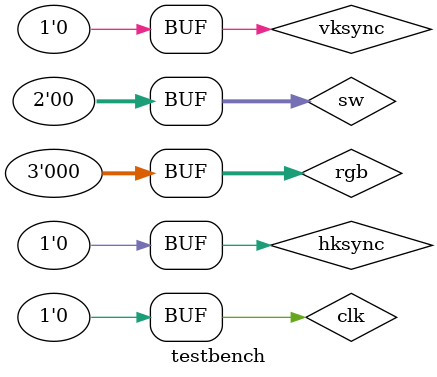
<source format=v>
/*ѧϰVGA��ʾԭ��,��ʾ�����źš�
��ӿ�������VGA�ӿں͵�����ʾ����
���뿪��1��2ͬʱ���ϲ���  ����ʾ8ɫ���������̸���
���뿪��1̧��ȥ��2���ϲ�������ʾ�任������8ɫ���������̸���
���뿪��1��2ͬʱ����ON������ʾ8ɫ����
���뿪��1������2����ON������ʾ8ɫ����
*/
module VGA(
   clock,
   switch,
   disp_RGB,
   hsync,
   vsync
);
input  clock;     //ϵͳ����ʱ�� 50MHz
input  [1:0]switch;
output [2:0]disp_RGB;    //VGA��������
output  hsync;     //VGA��ͬ���ź�
output  vsync;     //VGA��ͬ���ź�

reg [9:0] hcount;     //VGA��ɨ��������
reg [9:0]   vcount;     //VGA��ɨ��������
reg [2:0]   data;
reg [2:0]  h_dat;
reg [2:0]   v_dat;

reg [4:0] vram[4:0];
 
//reg [9:0]   timer;


wire  hcount_ov;
wire  vcount_ov;
wire  dat_act;
wire  hsync;
wire  vsync;
reg  vga_clk;
//VGA�С���ɨ��ʱ��������
parameter hsync_end   = 10'd95,
   hdat_begin  = 10'd143,
   hdat_end  = 10'd783,
   hpixel_end  = 10'd799,
   vsync_end  = 10'd1,
   vdat_begin  = 10'd34,
   vdat_end  = 10'd514,
   vline_end  = 10'd524;


always @(posedge clock)
begin
 vga_clk = ~vga_clk;
end

//************************VGA��������******************************* 
//��ɨ��     
always @(posedge vga_clk)
begin
 if (hcount_ov)
  hcount <= 10'd0;
 else
  hcount <= hcount + 10'd1;
end
assign hcount_ov = (hcount == hpixel_end);
//��ɨ��
always @(posedge vga_clk)
begin
 if (hcount_ov)
 begin
  if (vcount_ov)
   vcount <= 10'd0;
  else
   vcount <= vcount + 10'd1;
 end
end
assign  vcount_ov = (vcount == vline_end);
//���ݡ�ͬ���ź���
assign dat_act =    ((hcount >= hdat_begin) && (hcount < hdat_end))
     && ((vcount >= vdat_begin) && (vcount < vdat_end));
assign hsync = (hcount > hsync_end);
assign vsync = (vcount > vsync_end);
assign disp_RGB = (dat_act) ?  data : 3'h00;       

//************************��ʾ���ݴ�����******************************* 
//ͼƬ��ʾ��ʱ������
/*always @(posedge vga_clk)
begin
 flag <= vcount_ov;
 if(vcount_ov && ~flag)
  timer <= ti)mer + 1'b1;
end
*/
wire[23:0] dataA = 0,dataB = 0;
reg[15:0] addrA = 0,addrB = 0;
wire weA = 0,weB = 0;
wire[23:0] q_A ,q_B;

true_dpram_sclk dram(dataA,dataB,addrA,addrB,weA,weB,clock,q_A,q_B);


wire [12:0] h_count_;
assign h_count_ = hcount - 34;
reg h_count;
always begin
	#1;
	if(h_count_ < 0) begin
		h_count <= 0;
	end
	h_count <= h_count_; 
end

wire [12:0] _v_count;
assign _v_count = vcount - 143;
reg v_count;
always begin
 	#1;
	if(_v_count < 0) begin
		h_count = 0;
	end
	h_count = h_count_;
end

wire [16:0] ram_addr;
assign ram_addr = hcount / 8 + vcount * 80;

always @(posedge clock) begin
	addrA <= ram_addr;
end

//reg index,start,end_;

wire [16:0] index;
assign index = hcount % 8;

//reg buff[23:0];

wire [23:0] hoge = (q_A << (3 * index));

always @(posedge vga_clk) begin
	data <= hoge[23:21];

//	data = buff[23:21];
end

// read from ram
//always begin
//	case(state) begin
//		0'b00: next_state = 0'b01; //fetching 
//		0'b01: next_state = 0'b10; //wait
//		0'b02: next_state = 0'b00; //printing
//		default: next_state = 0'b001;
//	end
//end



initial begin
	vram[0] = 5'b00111;
	vram[1] = 5'b00111;
	vram[2] = 5'b11000;
	vram[3] = 5'b00111;
	vram[4] = 5'b00111;
end

endmodule



module testbench();
	initial begin
		$dumpfile("testbench.vcd");
		$dumpvars(0,testbench);
	end	
	
	reg clk;
	
	wire [1:0] sw = 0;
	wire [2:0] rgb = 0;
	wire hksync = 0,vksync = 0;
	
	VGA hoge(
		clk,
		sw,
		rgb,
		hksync,
		vksync
	);
	
	always begin
		clk = 1;
		#1;
		clk = 0;
		#1;
	end
endmodule






</source>
